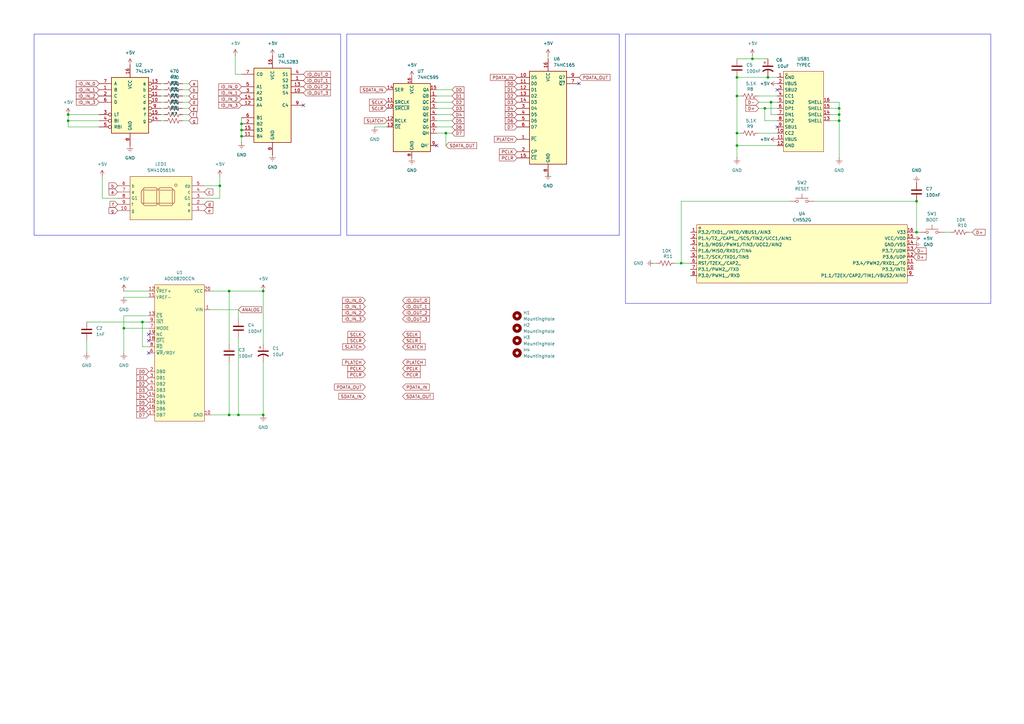
<source format=kicad_sch>
(kicad_sch (version 20231120) (generator "eeschema") (generator_version "8.0")
  (paper "A3")
  (lib_symbols
    (symbol "74xx:74HC165"
      (property "Reference" "U" (at -7.62 19.05 0))
      (property "Value" "74HC165" (at -7.62 -21.59 0))
      (symbol "74HC165_1_0"
        (pin input line (at -12.7 -10.16 0) (length 5.08) (name "~{PL}") (number "1"))
        (pin input line (at -12.7 15.24 0) (length 5.08) (name "DS") (number "10"))
        (pin input line (at -12.7 12.7 0) (length 5.08) (name "D0") (number "11"))
        (pin input line (at -12.7 10.16 0) (length 5.08) (name "D1") (number "12"))
        (pin input line (at -12.7 7.62 0) (length 5.08) (name "D2") (number "13"))
        (pin input line (at -12.7 5.08 0) (length 5.08) (name "D3") (number "14"))
        (pin input line (at -12.7 -17.78 0) (length 5.08) (name "~{CE}") (number "15"))
        (pin power_in line (at 0 22.86 270) (length 5.08) (name "VCC") (number "16"))
        (pin input line (at -12.7 -15.24 0) (length 5.08) (name "CP") (number "2"))
        (pin input line (at -12.7 2.54 0) (length 5.08) (name "D4") (number "3"))
        (pin input line (at -12.7 0 0) (length 5.08) (name "D5") (number "4"))
        (pin input line (at -12.7 -2.54 0) (length 5.08) (name "D6") (number "5"))
        (pin input line (at -12.7 -5.08 0) (length 5.08) (name "D7") (number "6"))
        (pin output line (at 12.7 12.7 180) (length 5.08) (name "~{Q7}") (number "7"))
        (pin power_in line (at 0 -25.4 90) (length 5.08) (name "GND") (number "8"))
        (pin output line (at 12.7 15.24 180) (length 5.08) (name "Q7") (number "9"))
      )
      (symbol "74HC165_1_1"
        (rectangle (start -7.62 17.78) (end 7.62 -20.32) (stroke (width 0.254)) (fill (type background)))
      )
    )
    (symbol "74xx:74HC595"
      (property "Reference" "U" (at -7.62 13.97 0))
      (property "Value" "74HC595" (at -7.62 -16.51 0))
      (symbol "74HC595_1_0"
        (pin tri_state line (at 10.16 7.62 180) (length 2.54) (name "QB") (number "1"))
        (pin input line (at -10.16 2.54 0) (length 2.54) (name "~{SRCLR}") (number "10"))
        (pin input line (at -10.16 5.08 0) (length 2.54) (name "SRCLK") (number "11"))
        (pin input line (at -10.16 -2.54 0) (length 2.54) (name "RCLK") (number "12"))
        (pin input line (at -10.16 -5.08 0) (length 2.54) (name "~{OE}") (number "13"))
        (pin input line (at -10.16 10.16 0) (length 2.54) (name "SER") (number "14"))
        (pin tri_state line (at 10.16 10.16 180) (length 2.54) (name "QA") (number "15"))
        (pin power_in line (at 0 15.24 270) (length 2.54) (name "VCC") (number "16"))
        (pin tri_state line (at 10.16 5.08 180) (length 2.54) (name "QC") (number "2"))
        (pin tri_state line (at 10.16 2.54 180) (length 2.54) (name "QD") (number "3"))
        (pin tri_state line (at 10.16 0 180) (length 2.54) (name "QE") (number "4"))
        (pin tri_state line (at 10.16 -2.54 180) (length 2.54) (name "QF") (number "5"))
        (pin tri_state line (at 10.16 -5.08 180) (length 2.54) (name "QG") (number "6"))
        (pin tri_state line (at 10.16 -7.62 180) (length 2.54) (name "QH") (number "7"))
        (pin power_in line (at 0 -17.78 90) (length 2.54) (name "GND") (number "8"))
        (pin output line (at 10.16 -12.7 180) (length 2.54) (name "QH'") (number "9"))
      )
      (symbol "74HC595_1_1"
        (rectangle (start -7.62 12.7) (end 7.62 -15.24) (stroke (width 0.254)) (fill (type background)))
      )
    )
    (symbol "74xx:74LS283" (pin_names (offset 1.016))
      (property "Reference" "U" (at -7.62 16.51 0))
      (property "Value" "74LS283" (at -7.62 -16.51 0))
      (symbol "74LS283_1_0"
        (pin output line (at 12.7 10.16 180) (length 5.08) (name "S2") (number "1"))
        (pin output line (at 12.7 5.08 180) (length 5.08) (name "S4") (number "10"))
        (pin input line (at -12.7 -12.7 0) (length 5.08) (name "B4") (number "11"))
        (pin input line (at -12.7 0 0) (length 5.08) (name "A4") (number "12"))
        (pin output line (at 12.7 7.62 180) (length 5.08) (name "S3") (number "13"))
        (pin input line (at -12.7 2.54 0) (length 5.08) (name "A3") (number "14"))
        (pin input line (at -12.7 -10.16 0) (length 5.08) (name "B3") (number "15"))
        (pin power_in line (at 0 20.32 270) (length 5.08) (name "VCC") (number "16"))
        (pin input line (at -12.7 -7.62 0) (length 5.08) (name "B2") (number "2"))
        (pin input line (at -12.7 5.08 0) (length 5.08) (name "A2") (number "3"))
        (pin output line (at 12.7 12.7 180) (length 5.08) (name "S1") (number "4"))
        (pin input line (at -12.7 7.62 0) (length 5.08) (name "A1") (number "5"))
        (pin input line (at -12.7 -5.08 0) (length 5.08) (name "B1") (number "6"))
        (pin input line (at -12.7 12.7 0) (length 5.08) (name "C0") (number "7"))
        (pin power_in line (at 0 -20.32 90) (length 5.08) (name "GND") (number "8"))
        (pin output line (at 12.7 0 180) (length 5.08) (name "C4") (number "9"))
      )
      (symbol "74LS283_1_1"
        (rectangle (start -7.62 15.24) (end 7.62 -15.24) (stroke (width 0.254)) (fill (type background)))
      )
    )
    (symbol "74xx:74LS47" (pin_names (offset 1.016))
      (property "Reference" "U" (at -7.62 11.43 0))
      (property "Value" "74LS47" (at -7.62 -13.97 0))
      (symbol "74LS47_1_0"
        (pin input line (at -12.7 5.08 0) (length 5.08) (name "B") (number "1"))
        (pin open_collector inverted (at 12.7 0 180) (length 5.08) (name "d") (number "10"))
        (pin open_collector inverted (at 12.7 2.54 180) (length 5.08) (name "c") (number "11"))
        (pin open_collector inverted (at 12.7 5.08 180) (length 5.08) (name "b") (number "12"))
        (pin open_collector inverted (at 12.7 7.62 180) (length 5.08) (name "a") (number "13"))
        (pin open_collector inverted (at 12.7 -7.62 180) (length 5.08) (name "g") (number "14"))
        (pin open_collector inverted (at 12.7 -5.08 180) (length 5.08) (name "f") (number "15"))
        (pin power_in line (at 0 15.24 270) (length 5.08) (name "VCC") (number "16"))
        (pin input line (at -12.7 2.54 0) (length 5.08) (name "C") (number "2"))
        (pin input inverted (at -12.7 -5.08 0) (length 5.08) (name "LT") (number "3"))
        (pin input inverted (at -12.7 -7.62 0) (length 5.08) (name "BI") (number "4"))
        (pin input inverted (at -12.7 -10.16 0) (length 5.08) (name "RBI") (number "5"))
        (pin input line (at -12.7 0 0) (length 5.08) (name "D") (number "6"))
        (pin input line (at -12.7 7.62 0) (length 5.08) (name "A") (number "7"))
        (pin power_in line (at 0 -17.78 90) (length 5.08) (name "GND") (number "8"))
        (pin open_collector inverted (at 12.7 -2.54 180) (length 5.08) (name "e") (number "9"))
      )
      (symbol "74LS47_1_1"
        (rectangle (start -7.62 10.16) (end 7.62 -12.7) (stroke (width 0.254)) (fill (type background)))
      )
    )
    (symbol "Device:C" (pin_numbers hide) (pin_names (offset 0.254))
      (property "Reference" "C" (at 0.635 2.54 0))
      (property "Value" "C" (at 0.635 -2.54 0))
      (symbol "C_0_1"
        (polyline (pts (xy -2.032 -0.762) (xy 2.032 -0.762)) (stroke (width 0.508)))
        (polyline (pts (xy -2.032 0.762) (xy 2.032 0.762)) (stroke (width 0.508)))
      )
      (symbol "C_1_1"
        (pin passive line (at 0 3.81 270) (length 2.794) (name "~") (number "1"))
        (pin passive line (at 0 -3.81 90) (length 2.794) (name "~") (number "2"))
      )
    )
    (symbol "Device:C_Polarized_US" (pin_numbers hide) (pin_names (offset 0.254) hide)
      (property "Reference" "C" (at 0.635 2.54 0))
      (property "Value" "C_Polarized_US" (at 0.635 -2.54 0))
      (symbol "C_Polarized_US_0_1"
        (polyline (pts (xy -2.032 0.762) (xy 2.032 0.762)) (stroke (width 0.508)))
        (polyline (pts (xy -1.778 2.286) (xy -0.762 2.286)))
        (polyline (pts (xy -1.27 1.778) (xy -1.27 2.794)))
        (arc (start 2.032 -1.27) (mid 0 -0.5572) (end -2.032 -1.27) (stroke (width 0.508)))
      )
      (symbol "C_Polarized_US_1_1"
        (pin passive line (at 0 3.81 270) (length 2.794) (name "~") (number "1"))
        (pin passive line (at 0 -3.81 90) (length 3.302) (name "~") (number "2"))
      )
    )
    (symbol "Device:R_US" (pin_numbers hide) (pin_names (offset 0))
      (property "Reference" "R" (at 2.54 0 90))
      (property "Value" "R_US" (at -2.54 0 90))
      (symbol "R_US_0_1"
        (polyline (pts (xy 0 -2.286) (xy 0 -2.54)))
        (polyline (pts (xy 0 2.286) (xy 0 2.54)))
        (polyline (pts (xy 0 -0.762) (xy 1.016 -1.143) (xy 0 -1.524) (xy -1.016 -1.905) (xy 0 -2.286)))
        (polyline (pts (xy 0 0.762) (xy 1.016 0.381) (xy 0 0) (xy -1.016 -0.381) (xy 0 -0.762)))
        (polyline (pts (xy 0 2.286) (xy 1.016 1.905) (xy 0 1.524) (xy -1.016 1.143) (xy 0 0.762)))
      )
      (symbol "R_US_1_1"
        (pin passive line (at 0 3.81 270) (length 1.27) (name "~") (number "1"))
        (pin passive line (at 0 -3.81 90) (length 1.27) (name "~") (number "2"))
      )
    )
    (symbol "EasyEDA:ADC0820CCN"
      (property "Reference" "U" (at 0 30.48 0))
      (property "Value" "ADC0820CCN" (at 0 -30.48 0))
      (symbol "ADC0820CCN_0_1"
        (rectangle (start -10.16 27.94) (end 10.16 -27.94) (fill (type background)))
        (circle (center -8.89 26.67) (radius 0.38))
        (pin unspecified line (at 12.7 17.78 180) (length 2.54) (name "VIN") (number "1"))
        (pin unspecified line (at 12.7 -25.4 180) (length 2.54) (name "GND") (number "10"))
        (pin unspecified line (at -12.7 22.86 0) (length 2.54) (name "VREF-") (number "11"))
        (pin unspecified line (at -12.7 25.4 0) (length 2.54) (name "VREF+") (number "12"))
        (pin unspecified line (at -12.7 15.24 0) (length 2.54) (name "~{CS}") (number "13"))
        (pin unspecified line (at -12.7 -17.78 0) (length 2.54) (name "DB4") (number "14"))
        (pin unspecified line (at -12.7 -20.32 0) (length 2.54) (name "DB5") (number "15"))
        (pin unspecified line (at -12.7 -22.86 0) (length 2.54) (name "DB6") (number "16"))
        (pin unspecified line (at -12.7 -25.4 0) (length 2.54) (name "DB7") (number "17"))
        (pin unspecified line (at -12.7 5.08 0) (length 2.54) (name "~{OFL}") (number "18"))
        (pin unspecified line (at -12.7 7.62 0) (length 2.54) (name "NC") (number "19"))
        (pin unspecified line (at -12.7 -7.62 0) (length 2.54) (name "DB0") (number "2"))
        (pin unspecified line (at 12.7 25.4 180) (length 2.54) (name "VCC") (number "20"))
        (pin unspecified line (at -12.7 -10.16 0) (length 2.54) (name "DB1") (number "3"))
        (pin unspecified line (at -12.7 -12.7 0) (length 2.54) (name "DB2") (number "4"))
        (pin unspecified line (at -12.7 -15.24 0) (length 2.54) (name "DB3") (number "5"))
        (pin unspecified line (at -12.7 0 0) (length 2.54) (name "~{WR}/RDY") (number "6"))
        (pin unspecified line (at -12.7 10.16 0) (length 2.54) (name "MODE") (number "7"))
        (pin unspecified line (at -12.7 2.54 0) (length 2.54) (name "~{RD}") (number "8"))
        (pin unspecified line (at -12.7 12.7 0) (length 2.54) (name "~{INT}") (number "9"))
      )
    )
    (symbol "EasyEDA:CH552G"
      (property "Reference" "U" (at 0 13.97 0))
      (property "Value" "CH552G" (at 0 -13.97 0))
      (symbol "CH552G_0_1"
        (rectangle (start -43.18 11.94) (end 43.18 -11.94) (fill (type background)))
        (circle (center -41.91 10.67) (radius 0.38))
        (circle (center -41.91 10.67) (radius 0.38))
        (pin unspecified line (at -45.72 8.89 0) (length 2.54) (name "P3.2/TXD1_/INT0/VBUS1/AIN3") (number "1"))
        (pin unspecified line (at 45.72 -6.35 180) (length 2.54) (name "P3.3/INT1") (number "10"))
        (pin unspecified line (at 45.72 -3.81 180) (length 2.54) (name "P3.4/PWM2/RXD1_/T0") (number "11"))
        (pin unspecified line (at 45.72 -1.27 180) (length 2.54) (name "P3.6/UDP") (number "12"))
        (pin unspecified line (at 45.72 1.27 180) (length 2.54) (name "P3.7/UDM") (number "13"))
        (pin unspecified line (at 45.72 3.81 180) (length 2.54) (name "GND/VSS") (number "14"))
        (pin unspecified line (at 45.72 6.35 180) (length 2.54) (name "VCC/VDD") (number "15"))
        (pin unspecified line (at 45.72 8.89 180) (length 2.54) (name "V33") (number "16"))
        (pin unspecified line (at -45.72 6.35 0) (length 2.54) (name "P1.4/T2_/CAP1_/SCS/TIN2/UCC1/AIN1") (number "2"))
        (pin unspecified line (at -45.72 3.81 0) (length 2.54) (name "P1.5/MOSI/PWM1/TIN3/UCC2/AIN2") (number "3"))
        (pin unspecified line (at -45.72 1.27 0) (length 2.54) (name "P1.6/MISO/RXD1/TIN4") (number "4"))
        (pin unspecified line (at -45.72 -1.27 0) (length 2.54) (name "P1.7/SCK/TXD1/TIN5") (number "5"))
        (pin unspecified line (at -45.72 -3.81 0) (length 2.54) (name "RST/T2EX_/CAP2_") (number "6"))
        (pin unspecified line (at -45.72 -6.35 0) (length 2.54) (name "P3.1/PWM2_/TXD") (number "7"))
        (pin unspecified line (at -45.72 -8.89 0) (length 2.54) (name "P3.0/PWM1_/RXD") (number "8"))
        (pin unspecified line (at 45.72 -8.89 180) (length 2.54) (name "P1.1/T2EX/CAP2/TIN1/VBUS2/AIN0") (number "9"))
      )
    )
    (symbol "EasyEDA:SM410561N"
      (property "Reference" "LED" (at 0 22.86 0))
      (property "Value" "SM410561N" (at 0 -22.86 0))
      (symbol "SM410561N_0_1"
        (rectangle (start -8.89 12.7) (end 8.89 -12.7) (fill (type background)))
        (polyline (pts (xy -2.54 -4.83) (xy -3.05 -4.32) (xy -3.05 0.25) (xy -2.54 1.02) (xy -2.03 0.51) (xy -2.03 -4.32) (xy -2.54 -4.83)) (fill (type background)))
        (polyline (pts (xy -2.54 1.52) (xy -3.05 2.03) (xy -3.05 6.6) (xy -2.54 7.37) (xy -2.03 6.86) (xy -2.03 2.03) (xy -2.54 1.52)) (fill (type background)))
        (polyline (pts (xy -2.29 -5.08) (xy -1.78 -4.57) (xy 2.79 -4.57) (xy 3.56 -5.08) (xy 3.05 -5.59) (xy -1.78 -5.59) (xy -2.29 -5.08)) (fill (type background)))
        (polyline (pts (xy -2.29 1.27) (xy -1.78 1.78) (xy 2.79 1.78) (xy 3.56 1.27) (xy 3.05 0.76) (xy -1.78 0.76) (xy -2.29 1.27)) (fill (type background)))
        (polyline (pts (xy -2.29 7.62) (xy -1.78 8.13) (xy 2.79 8.13) (xy 3.56 7.62) (xy 3.05 7.11) (xy -1.78 7.11) (xy -2.29 7.62)) (fill (type background)))
        (polyline (pts (xy 3.81 -4.83) (xy 3.3 -4.32) (xy 3.3 0.25) (xy 3.81 1.02) (xy 4.32 0.51) (xy 4.32 -4.32) (xy 3.81 -4.83)) (fill (type background)))
        (polyline (pts (xy 3.81 1.52) (xy 3.3 2.03) (xy 3.3 6.6) (xy 3.81 7.37) (xy 4.32 6.86) (xy 4.32 2.03) (xy 3.81 1.52)) (fill (type background)))
        (circle (center 5.33 -6.1) (radius 0.51))
        (pin input line (at -5.08 -17.78 90) (length 5.08) (name "e") (number "1"))
        (pin input line (at -5.08 17.78 270) (length 5.08) (name "g") (number "10"))
        (pin input line (at -2.54 -17.78 90) (length 5.08) (name "d") (number "2"))
        (pin input line (at 0 -17.78 90) (length 5.08) (name "G1") (number "3"))
        (pin input line (at 2.54 -17.78 90) (length 5.08) (name "c") (number "4"))
        (pin input line (at 5.08 -17.78 90) (length 5.08) (name "dp") (number "5"))
        (pin input line (at 5.08 17.78 270) (length 5.08) (name "b") (number "6"))
        (pin input line (at 2.54 17.78 270) (length 5.08) (name "a") (number "7"))
        (pin input line (at 0 17.78 270) (length 5.08) (name "G1") (number "8"))
        (pin input line (at -2.54 17.78 270) (length 5.08) (name "f") (number "9"))
      )
    )
    (symbol "EasyEDA:TYPEC-302-BRP16SC16"
      (property "Reference" "USB" (at 0 20.32 0))
      (property "Value" "TYPEC-302-BRP16SC16" (at 0 -17.78 0))
      (symbol "TYPEC-302-BRP16SC16_0_1"
        (rectangle (start -8.89 17.78) (end 7.62 -15.24) (fill (type background)))
        (circle (center -7.62 16.51) (radius 0.38))
        (pin unspecified line (at -11.43 15.24 0) (length 2.54) (name "GND") (number "1"))
        (pin unspecified line (at -11.43 -7.62 0) (length 2.54) (name "CC2") (number "10"))
        (pin unspecified line (at -11.43 -10.16 0) (length 2.54) (name "VBUS") (number "11"))
        (pin unspecified line (at -11.43 -12.7 0) (length 2.54) (name "GND") (number "12"))
        (pin unspecified line (at 10.16 -2.54 180) (length 2.54) (name "SHELL") (number "13"))
        (pin unspecified line (at 10.16 0 180) (length 2.54) (name "SHELL") (number "14"))
        (pin unspecified line (at 10.16 2.54 180) (length 2.54) (name "SHELL") (number "15"))
        (pin unspecified line (at 10.16 5.08 180) (length 2.54) (name "SHELL") (number "16"))
        (pin unspecified line (at -11.43 12.7 0) (length 2.54) (name "VBUS") (number "2"))
        (pin unspecified line (at -11.43 10.16 0) (length 2.54) (name "SBU2") (number "3"))
        (pin unspecified line (at -11.43 7.62 0) (length 2.54) (name "CC1") (number "4"))
        (pin unspecified line (at -11.43 5.08 0) (length 2.54) (name "DN2") (number "5"))
        (pin unspecified line (at -11.43 2.54 0) (length 2.54) (name "DP1") (number "6"))
        (pin unspecified line (at -11.43 0 0) (length 2.54) (name "DN1") (number "7"))
        (pin unspecified line (at -11.43 -2.54 0) (length 2.54) (name "DP2") (number "8"))
        (pin unspecified line (at -11.43 -5.08 0) (length 2.54) (name "SBU1") (number "9"))
      )
    )
    (symbol "Mechanical:MountingHole" (pin_names (offset 1.016)) (exclude_from_sim yes) (in_bom no)
      (property "Reference" "H" (at 0 5.08 0))
      (property "Value" "MountingHole" (at 0 3.175 0))
      (symbol "MountingHole_0_1"
        (circle (center 0 0) (radius 1.27) (stroke (width 1.27)))
      )
    )
    (symbol "Switch:SW_Push" (pin_numbers hide) (pin_names (offset 1.016) hide)
      (property "Reference" "SW" (at 1.27 2.54 0))
      (property "Value" "SW_Push" (at 0 -1.524 0))
      (symbol "SW_Push_0_1"
        (circle (center -2.032 0) (radius 0.508))
        (polyline (pts (xy 0 1.27) (xy 0 3.048)))
        (polyline (pts (xy 2.54 1.27) (xy -2.54 1.27)))
        (circle (center 2.032 0) (radius 0.508))
        (pin passive line (at -5.08 0 0) (length 2.54) (name "1") (number "1"))
        (pin passive line (at 5.08 0 180) (length 2.54) (name "2") (number "2"))
      )
    )
    (symbol "power:+5V" (power) (pin_numbers hide) (pin_names (offset 0) hide)
      (property "Value" "+5V" (at 0 3.556 0))
      (symbol "+5V_0_1"
        (polyline (pts (xy -0.762 1.27) (xy 0 2.54)))
        (polyline (pts (xy 0 0) (xy 0 2.54)))
        (polyline (pts (xy 0 2.54) (xy 0.762 1.27)))
      )
      (symbol "+5V_1_1"
        (pin power_in line (at 0 0 90) (length 0) (name "~") (number "1"))
      )
    )
    (symbol "power:GNDREF" (power) (pin_numbers hide) (pin_names (offset 0) hide)
      (property "Value" "GNDREF" (at 0 -3.81 0))
      (symbol "GNDREF_0_1"
        (polyline (pts (xy -0.635 -1.905) (xy 0.635 -1.905)))
        (polyline (pts (xy -0.127 -2.54) (xy 0.127 -2.54)))
        (polyline (pts (xy 0 -1.27) (xy 0 0)))
        (polyline (pts (xy 1.27 -1.27) (xy -1.27 -1.27)))
      )
      (symbol "GNDREF_1_1"
        (pin power_in line (at 0 0 270) (length 0) (name "~") (number "1"))
      )
    )
  )
  (junction (at 316.23 41.91))
  (junction (at 344.17 46.99))
  (junction (at 313.69 44.45))
  (junction (at 50.8 134.62))
  (junction (at 344.17 49.53))
  (junction (at 97.79 170.18))
  (junction (at 99.06 55.88))
  (junction (at 58.42 132.08))
  (junction (at 279.4 107.95))
  (junction (at 182.88 54.61))
  (junction (at 375.92 95.25))
  (junction (at 302.26 59.69))
  (junction (at 93.98 170.18))
  (junction (at 314.96 31.75))
  (junction (at 27.94 46.99))
  (junction (at 27.94 49.53))
  (junction (at 93.98 119.38))
  (junction (at 308.61 24.13))
  (junction (at 344.17 44.45))
  (junction (at 107.95 170.18))
  (junction (at 302.26 39.37))
  (junction (at 90.17 76.2))
  (junction (at 107.95 119.38))
  (junction (at 375.92 82.55))
  (junction (at 99.06 53.34))
  (junction (at 99.06 50.8))
  (junction (at 302.26 31.75))
  (junction (at 302.26 54.61))
  (no_connect (at 60.96 144.78))
  (no_connect (at 124.46 43.18))
  (no_connect (at 318.77 52.07))
  (no_connect (at 60.96 139.7))
  (no_connect (at 179.07 59.69))
  (no_connect (at 318.77 36.83))
  (no_connect (at 60.96 137.16))
  (no_connect (at 237.49 34.29))
  (wire (pts (xy 83.82 81.28) (xy 90.17 81.28)))
  (wire (pts (xy 344.17 46.99) (xy 340.36 46.99)))
  (wire (pts (xy 302.26 24.13) (xy 308.61 24.13)))
  (wire (pts (xy 179.07 36.83) (xy 185.42 36.83)))
  (wire (pts (xy 99.06 53.34) (xy 99.06 55.88)))
  (wire (pts (xy 302.26 31.75) (xy 314.96 31.75)))
  (wire (pts (xy 40.64 49.53) (xy 27.94 49.53)))
  (wire (pts (xy 97.79 138.43) (xy 97.79 170.18)))
  (wire (pts (xy 58.42 142.24) (xy 58.42 132.08)))
  (wire (pts (xy 344.17 44.45) (xy 344.17 46.99)))
  (wire (pts (xy 302.26 54.61) (xy 303.53 54.61)))
  (wire (pts (xy 179.07 46.99) (xy 185.42 46.99)))
  (wire (pts (xy 90.17 76.2) (xy 90.17 81.28)))
  (wire (pts (xy 179.07 41.91) (xy 185.42 41.91)))
  (wire (pts (xy 60.96 142.24) (xy 58.42 142.24)))
  (wire (pts (xy 316.23 41.91) (xy 316.23 46.99)))
  (wire (pts (xy 90.17 72.39) (xy 90.17 76.2)))
  (wire (pts (xy 107.95 119.38) (xy 93.98 119.38)))
  (wire (pts (xy 77.47 49.53) (xy 74.93 49.53)))
  (wire (pts (xy 311.15 44.45) (xy 313.69 44.45)))
  (wire (pts (xy 50.8 134.62) (xy 60.96 134.62)))
  (wire (pts (xy 323.85 82.55) (xy 279.4 82.55)))
  (wire (pts (xy 107.95 170.18) (xy 97.79 170.18)))
  (wire (pts (xy 97.79 127) (xy 86.36 127)))
  (wire (pts (xy 318.77 49.53) (xy 313.69 49.53)))
  (wire (pts (xy 50.8 119.38) (xy 60.96 119.38)))
  (wire (pts (xy 344.17 49.53) (xy 344.17 64.77)))
  (wire (pts (xy 279.4 82.55) (xy 279.4 107.95)))
  (wire (pts (xy 318.77 31.75) (xy 314.96 31.75)))
  (wire (pts (xy 67.31 39.37) (xy 66.04 39.37)))
  (wire (pts (xy 377.19 95.25) (xy 375.92 95.25)))
  (wire (pts (xy 389.89 95.25) (xy 387.35 95.25)))
  (wire (pts (xy 50.8 129.54) (xy 50.8 134.62)))
  (wire (pts (xy 313.69 44.45) (xy 318.77 44.45)))
  (wire (pts (xy 67.31 41.91) (xy 66.04 41.91)))
  (wire (pts (xy 77.47 44.45) (xy 74.93 44.45)))
  (wire (pts (xy 86.36 119.38) (xy 93.98 119.38)))
  (wire (pts (xy 35.56 132.08) (xy 58.42 132.08)))
  (wire (pts (xy 302.26 54.61) (xy 302.26 59.69)))
  (wire (pts (xy 35.56 144.78) (xy 35.56 139.7)))
  (wire (pts (xy 375.92 82.55) (xy 375.92 95.25)))
  (wire (pts (xy 41.91 81.28) (xy 41.91 72.39)))
  (wire (pts (xy 179.07 54.61) (xy 182.88 54.61)))
  (wire (pts (xy 334.01 82.55) (xy 375.92 82.55)))
  (wire (pts (xy 318.77 41.91) (xy 316.23 41.91)))
  (wire (pts (xy 398.78 95.25) (xy 397.51 95.25)))
  (wire (pts (xy 302.26 39.37) (xy 302.26 54.61)))
  (wire (pts (xy 27.94 52.07) (xy 27.94 49.53)))
  (wire (pts (xy 77.47 34.29) (xy 74.93 34.29)))
  (wire (pts (xy 93.98 170.18) (xy 86.36 170.18)))
  (wire (pts (xy 311.15 54.61) (xy 318.77 54.61)))
  (wire (pts (xy 60.96 129.54) (xy 50.8 129.54)))
  (wire (pts (xy 224.79 72.39) (xy 224.79 71.12)))
  (wire (pts (xy 67.31 44.45) (xy 66.04 44.45)))
  (wire (pts (xy 50.8 121.92) (xy 60.96 121.92)))
  (wire (pts (xy 50.8 134.62) (xy 50.8 144.78)))
  (wire (pts (xy 99.06 48.26) (xy 99.06 50.8)))
  (wire (pts (xy 182.88 54.61) (xy 185.42 54.61)))
  (wire (pts (xy 344.17 41.91) (xy 340.36 41.91)))
  (wire (pts (xy 67.31 49.53) (xy 66.04 49.53)))
  (wire (pts (xy 279.4 107.95) (xy 283.21 107.95)))
  (wire (pts (xy 302.26 39.37) (xy 303.53 39.37)))
  (wire (pts (xy 77.47 46.99) (xy 74.93 46.99)))
  (wire (pts (xy 316.23 46.99) (xy 318.77 46.99)))
  (wire (pts (xy 27.94 49.53) (xy 27.94 46.99)))
  (wire (pts (xy 344.17 41.91) (xy 344.17 44.45)))
  (wire (pts (xy 311.15 41.91) (xy 316.23 41.91)))
  (wire (pts (xy 182.88 59.69) (xy 182.88 54.61)))
  (wire (pts (xy 179.07 49.53) (xy 185.42 49.53)))
  (wire (pts (xy 308.61 22.86) (xy 308.61 24.13)))
  (wire (pts (xy 179.07 44.45) (xy 185.42 44.45)))
  (wire (pts (xy 77.47 41.91) (xy 74.93 41.91)))
  (wire (pts (xy 67.31 36.83) (xy 66.04 36.83)))
  (wire (pts (xy 302.26 31.75) (xy 302.26 39.37)))
  (wire (pts (xy 276.86 107.95) (xy 279.4 107.95)))
  (wire (pts (xy 97.79 130.81) (xy 97.79 127)))
  (wire (pts (xy 179.07 39.37) (xy 185.42 39.37)))
  (wire (pts (xy 224.79 24.13) (xy 224.79 22.86)))
  (wire (pts (xy 83.82 76.2) (xy 90.17 76.2)))
  (wire (pts (xy 314.96 24.13) (xy 308.61 24.13)))
  (wire (pts (xy 97.79 170.18) (xy 93.98 170.18)))
  (wire (pts (xy 302.26 64.77) (xy 302.26 59.69)))
  (wire (pts (xy 302.26 59.69) (xy 318.77 59.69)))
  (wire (pts (xy 58.42 132.08) (xy 60.96 132.08)))
  (wire (pts (xy 77.47 36.83) (xy 74.93 36.83)))
  (wire (pts (xy 344.17 49.53) (xy 340.36 49.53)))
  (wire (pts (xy 313.69 44.45) (xy 313.69 49.53)))
  (wire (pts (xy 48.26 81.28) (xy 41.91 81.28)))
  (wire (pts (xy 153.67 52.07) (xy 158.75 52.07)))
  (wire (pts (xy 179.07 52.07) (xy 185.42 52.07)))
  (wire (pts (xy 99.06 55.88) (xy 99.06 58.42)))
  (wire (pts (xy 67.31 34.29) (xy 66.04 34.29)))
  (wire (pts (xy 99.06 50.8) (xy 99.06 53.34)))
  (wire (pts (xy 344.17 46.99) (xy 344.17 49.53)))
  (wire (pts (xy 93.98 148.59) (xy 93.98 170.18)))
  (wire (pts (xy 96.52 30.48) (xy 99.06 30.48)))
  (wire (pts (xy 311.15 39.37) (xy 318.77 39.37)))
  (wire (pts (xy 67.31 46.99) (xy 66.04 46.99)))
  (wire (pts (xy 107.95 140.97) (xy 107.95 119.38)))
  (wire (pts (xy 267.97 107.95) (xy 269.24 107.95)))
  (wire (pts (xy 107.95 148.59) (xy 107.95 170.18)))
  (wire (pts (xy 93.98 140.97) (xy 93.98 119.38)))
  (wire (pts (xy 77.47 39.37) (xy 74.93 39.37)))
  (wire (pts (xy 27.94 46.99) (xy 40.64 46.99)))
  (wire (pts (xy 344.17 44.45) (xy 340.36 44.45)))
  (wire (pts (xy 40.64 52.07) (xy 27.94 52.07)))
  (wire (pts (xy 375.92 95.25) (xy 374.65 95.25)))
  (wire (pts (xy 96.52 22.86) (xy 96.52 30.48)))
  (rectangle (start 13.97 13.97) (end 139.7 96.52))
  (rectangle (start 256.54 13.97) (end 406.4 124.46))
  (rectangle (start 142.24 13.97) (end 254 96.52))
  (global_label "ID_OUT_0" (shape input) (at 165.1 123.19 0) (property "Intersheetrefs" "${INTERSHEET_REFS}" (effects (hide yes))))
  (global_label "SDATA_IN" (shape input) (at 149.86 162.56 180) (property "Intersheetrefs" "${INTERSHEET_REFS}" (effects (hide yes))))
  (global_label "D6" (shape input) (at 60.96 167.64 180) (property "Intersheetrefs" "${INTERSHEET_REFS}" (effects (hide yes))))
  (global_label "SLATCH" (shape input) (at 149.86 142.24 180) (property "Intersheetrefs" "${INTERSHEET_REFS}" (effects (hide yes))))
  (global_label "g" (shape input) (at 48.26 86.36 180) (property "Intersheetrefs" "${INTERSHEET_REFS}" (effects (hide yes))))
  (global_label "c" (shape input) (at 77.47 39.37 0) (property "Intersheetrefs" "${INTERSHEET_REFS}" (effects (hide yes))))
  (global_label "PCLR" (shape input) (at 212.09 64.77 180) (property "Intersheetrefs" "${INTERSHEET_REFS}" (effects (hide yes))))
  (global_label "PLATCH" (shape input) (at 212.09 57.15 180) (property "Intersheetrefs" "${INTERSHEET_REFS}" (effects (hide yes))))
  (global_label "D7" (shape input) (at 185.42 54.61 0) (property "Intersheetrefs" "${INTERSHEET_REFS}" (effects (hide yes))))
  (global_label "SCLR" (shape input) (at 165.1 139.7 0) (property "Intersheetrefs" "${INTERSHEET_REFS}" (effects (hide yes))))
  (global_label "SDATA_OUT" (shape input) (at 182.88 59.69 0) (property "Intersheetrefs" "${INTERSHEET_REFS}" (effects (hide yes))))
  (global_label "D4" (shape input) (at 185.42 46.99 0) (property "Intersheetrefs" "${INTERSHEET_REFS}" (effects (hide yes))))
  (global_label "ID_IN_2" (shape input) (at 99.06 40.64 180) (property "Intersheetrefs" "${INTERSHEET_REFS}" (effects (hide yes))))
  (global_label "D7" (shape input) (at 60.96 170.18 180) (property "Intersheetrefs" "${INTERSHEET_REFS}" (effects (hide yes))))
  (global_label "D+" (shape input) (at 398.78 95.25 0) (property "Intersheetrefs" "${INTERSHEET_REFS}" (effects (hide yes))))
  (global_label "D3" (shape input) (at 185.42 44.45 0) (property "Intersheetrefs" "${INTERSHEET_REFS}" (effects (hide yes))))
  (global_label "SCLR" (shape input) (at 158.75 44.45 180) (property "Intersheetrefs" "${INTERSHEET_REFS}" (effects (hide yes))))
  (global_label "D+" (shape input) (at 311.15 44.45 180) (property "Intersheetrefs" "${INTERSHEET_REFS}" (effects (hide yes))))
  (global_label "D0" (shape input) (at 60.96 152.4 180) (property "Intersheetrefs" "${INTERSHEET_REFS}" (effects (hide yes))))
  (global_label "ID_OUT_2" (shape input) (at 124.46 35.56 0) (property "Intersheetrefs" "${INTERSHEET_REFS}" (effects (hide yes))))
  (global_label "D2" (shape input) (at 212.09 39.37 180) (property "Intersheetrefs" "${INTERSHEET_REFS}" (effects (hide yes))))
  (global_label "D1" (shape input) (at 60.96 154.94 180) (property "Intersheetrefs" "${INTERSHEET_REFS}" (effects (hide yes))))
  (global_label "f" (shape input) (at 48.26 83.82 180) (property "Intersheetrefs" "${INTERSHEET_REFS}" (effects (hide yes))))
  (global_label "PDATA_IN" (shape input) (at 212.09 31.75 180) (property "Intersheetrefs" "${INTERSHEET_REFS}" (effects (hide yes))))
  (global_label "e" (shape input) (at 83.82 86.36 0) (property "Intersheetrefs" "${INTERSHEET_REFS}" (effects (hide yes))))
  (global_label "PDATA_OUT" (shape input) (at 237.49 31.75 0) (property "Intersheetrefs" "${INTERSHEET_REFS}" (effects (hide yes))))
  (global_label "d" (shape input) (at 83.82 83.82 0) (property "Intersheetrefs" "${INTERSHEET_REFS}" (effects (hide yes))))
  (global_label "D-" (shape input) (at 311.15 41.91 180) (property "Intersheetrefs" "${INTERSHEET_REFS}" (effects (hide yes))))
  (global_label "ID_IN_2" (shape input) (at 40.64 39.37 180) (property "Intersheetrefs" "${INTERSHEET_REFS}" (effects (hide yes))))
  (global_label "SCLK" (shape input) (at 158.75 41.91 180) (property "Intersheetrefs" "${INTERSHEET_REFS}" (effects (hide yes))))
  (global_label "D+" (shape input) (at 374.65 105.41 0) (property "Intersheetrefs" "${INTERSHEET_REFS}" (effects (hide yes))))
  (global_label "D5" (shape input) (at 212.09 46.99 180) (property "Intersheetrefs" "${INTERSHEET_REFS}" (effects (hide yes))))
  (global_label "ID_IN_0" (shape input) (at 99.06 35.56 180) (property "Intersheetrefs" "${INTERSHEET_REFS}" (effects (hide yes))))
  (global_label "SLATCH" (shape input) (at 165.1 142.24 0) (property "Intersheetrefs" "${INTERSHEET_REFS}" (effects (hide yes))))
  (global_label "PLATCH" (shape input) (at 165.1 148.59 0) (property "Intersheetrefs" "${INTERSHEET_REFS}" (effects (hide yes))))
  (global_label "ID_OUT_1" (shape input) (at 124.46 33.02 0) (property "Intersheetrefs" "${INTERSHEET_REFS}" (effects (hide yes))))
  (global_label "c" (shape input) (at 83.82 78.74 0) (property "Intersheetrefs" "${INTERSHEET_REFS}" (effects (hide yes))))
  (global_label "PCLK" (shape input) (at 149.86 151.13 180) (property "Intersheetrefs" "${INTERSHEET_REFS}" (effects (hide yes))))
  (global_label "PCLR" (shape input) (at 165.1 153.67 0) (property "Intersheetrefs" "${INTERSHEET_REFS}" (effects (hide yes))))
  (global_label "b" (shape input) (at 77.47 36.83 0) (property "Intersheetrefs" "${INTERSHEET_REFS}" (effects (hide yes))))
  (global_label "SDATA_OUT" (shape input) (at 165.1 162.56 0) (property "Intersheetrefs" "${INTERSHEET_REFS}" (effects (hide yes))))
  (global_label "SCLR" (shape input) (at 149.86 139.7 180) (property "Intersheetrefs" "${INTERSHEET_REFS}" (effects (hide yes))))
  (global_label "D7" (shape input) (at 212.09 52.07 180) (property "Intersheetrefs" "${INTERSHEET_REFS}" (effects (hide yes))))
  (global_label "D6" (shape input) (at 185.42 52.07 0) (property "Intersheetrefs" "${INTERSHEET_REFS}" (effects (hide yes))))
  (global_label "ID_IN_1" (shape input) (at 149.86 125.73 180) (property "Intersheetrefs" "${INTERSHEET_REFS}" (effects (hide yes))))
  (global_label "ID_IN_0" (shape input) (at 40.64 34.29 180) (property "Intersheetrefs" "${INTERSHEET_REFS}" (effects (hide yes))))
  (global_label "ID_IN_2" (shape input) (at 149.86 128.27 180) (property "Intersheetrefs" "${INTERSHEET_REFS}" (effects (hide yes))))
  (global_label "D1" (shape input) (at 212.09 36.83 180) (property "Intersheetrefs" "${INTERSHEET_REFS}" (effects (hide yes))))
  (global_label "a" (shape input) (at 77.47 34.29 0) (property "Intersheetrefs" "${INTERSHEET_REFS}" (effects (hide yes))))
  (global_label "D1" (shape input) (at 185.42 39.37 0) (property "Intersheetrefs" "${INTERSHEET_REFS}" (effects (hide yes))))
  (global_label "D3" (shape input) (at 60.96 160.02 180) (property "Intersheetrefs" "${INTERSHEET_REFS}" (effects (hide yes))))
  (global_label "ID_IN_3" (shape input) (at 40.64 41.91 180) (property "Intersheetrefs" "${INTERSHEET_REFS}" (effects (hide yes))))
  (global_label "ID_OUT_3" (shape input) (at 124.46 38.1 0) (property "Intersheetrefs" "${INTERSHEET_REFS}" (effects (hide yes))))
  (global_label "e" (shape input) (at 77.47 44.45 0) (property "Intersheetrefs" "${INTERSHEET_REFS}" (effects (hide yes))))
  (global_label "ID_OUT_3" (shape input) (at 165.1 130.81 0) (property "Intersheetrefs" "${INTERSHEET_REFS}" (effects (hide yes))))
  (global_label "d" (shape input) (at 77.47 41.91 0) (property "Intersheetrefs" "${INTERSHEET_REFS}" (effects (hide yes))))
  (global_label "a" (shape input) (at 48.26 78.74 180) (property "Intersheetrefs" "${INTERSHEET_REFS}" (effects (hide yes))))
  (global_label "D3" (shape input) (at 212.09 41.91 180) (property "Intersheetrefs" "${INTERSHEET_REFS}" (effects (hide yes))))
  (global_label "D2" (shape input) (at 185.42 41.91 0) (property "Intersheetrefs" "${INTERSHEET_REFS}" (effects (hide yes))))
  (global_label "D5" (shape input) (at 60.96 165.1 180) (property "Intersheetrefs" "${INTERSHEET_REFS}" (effects (hide yes))))
  (global_label "ID_IN_3" (shape input) (at 149.86 130.81 180) (property "Intersheetrefs" "${INTERSHEET_REFS}" (effects (hide yes))))
  (global_label "PDATA_OUT" (shape input) (at 149.86 158.75 180) (property "Intersheetrefs" "${INTERSHEET_REFS}" (effects (hide yes))))
  (global_label "b" (shape input) (at 48.26 76.2 180) (property "Intersheetrefs" "${INTERSHEET_REFS}" (effects (hide yes))))
  (global_label "f" (shape input) (at 77.47 46.99 0) (property "Intersheetrefs" "${INTERSHEET_REFS}" (effects (hide yes))))
  (global_label "ID_OUT_1" (shape input) (at 165.1 125.73 0) (property "Intersheetrefs" "${INTERSHEET_REFS}" (effects (hide yes))))
  (global_label "D6" (shape input) (at 212.09 49.53 180) (property "Intersheetrefs" "${INTERSHEET_REFS}" (effects (hide yes))))
  (global_label "ID_IN_1" (shape input) (at 40.64 36.83 180) (property "Intersheetrefs" "${INTERSHEET_REFS}" (effects (hide yes))))
  (global_label "ID_OUT_0" (shape input) (at 124.46 30.48 0) (property "Intersheetrefs" "${INTERSHEET_REFS}" (effects (hide yes))))
  (global_label "ID_IN_0" (shape input) (at 149.86 123.19 180) (property "Intersheetrefs" "${INTERSHEET_REFS}" (effects (hide yes))))
  (global_label "g" (shape input) (at 77.47 49.53 0) (property "Intersheetrefs" "${INTERSHEET_REFS}" (effects (hide yes))))
  (global_label "ID_IN_1" (shape input) (at 99.06 38.1 180) (property "Intersheetrefs" "${INTERSHEET_REFS}" (effects (hide yes))))
  (global_label "SCLK" (shape input) (at 149.86 137.16 180) (property "Intersheetrefs" "${INTERSHEET_REFS}" (effects (hide yes))))
  (global_label "SLATCH" (shape input) (at 158.75 49.53 180) (property "Intersheetrefs" "${INTERSHEET_REFS}" (effects (hide yes))))
  (global_label "PCLR" (shape input) (at 149.86 153.67 180) (property "Intersheetrefs" "${INTERSHEET_REFS}" (effects (hide yes))))
  (global_label "D0" (shape input) (at 185.42 36.83 0) (property "Intersheetrefs" "${INTERSHEET_REFS}" (effects (hide yes))))
  (global_label "D2" (shape input) (at 60.96 157.48 180) (property "Intersheetrefs" "${INTERSHEET_REFS}" (effects (hide yes))))
  (global_label "PCLK" (shape input) (at 212.09 62.23 180) (property "Intersheetrefs" "${INTERSHEET_REFS}" (effects (hide yes))))
  (global_label "D4" (shape input) (at 60.96 162.56 180) (property "Intersheetrefs" "${INTERSHEET_REFS}" (effects (hide yes))))
  (global_label "D5" (shape input) (at 185.42 49.53 0) (property "Intersheetrefs" "${INTERSHEET_REFS}" (effects (hide yes))))
  (global_label "SDATA_IN" (shape input) (at 158.75 36.83 180) (property "Intersheetrefs" "${INTERSHEET_REFS}" (effects (hide yes))))
  (global_label "D-" (shape input) (at 374.65 102.87 0) (property "Intersheetrefs" "${INTERSHEET_REFS}" (effects (hide yes))))
  (global_label "PDATA_IN" (shape input) (at 165.1 158.75 0) (property "Intersheetrefs" "${INTERSHEET_REFS}" (effects (hide yes))))
  (global_label "PCLK" (shape input) (at 165.1 151.13 0) (property "Intersheetrefs" "${INTERSHEET_REFS}" (effects (hide yes))))
  (global_label "ID_OUT_2" (shape input) (at 165.1 128.27 0) (property "Intersheetrefs" "${INTERSHEET_REFS}" (effects (hide yes))))
  (global_label "SCLK" (shape input) (at 165.1 137.16 0) (property "Intersheetrefs" "${INTERSHEET_REFS}" (effects (hide yes))))
  (global_label "D0" (shape input) (at 212.09 34.29 180) (property "Intersheetrefs" "${INTERSHEET_REFS}" (effects (hide yes))))
  (global_label "PLATCH" (shape input) (at 149.86 148.59 180) (property "Intersheetrefs" "${INTERSHEET_REFS}" (effects (hide yes))))
  (global_label "ID_IN_3" (shape input) (at 99.06 43.18 180) (property "Intersheetrefs" "${INTERSHEET_REFS}" (effects (hide yes))))
  (global_label "D4" (shape input) (at 212.09 44.45 180) (property "Intersheetrefs" "${INTERSHEET_REFS}" (effects (hide yes))))
  (global_label "ANALOG" (shape input) (at 97.79 127 0) (property "Intersheetrefs" "${INTERSHEET_REFS}" (effects (hide yes))))
  (symbol (lib_id "power:+5V") (at 224.79 22.86 0) (unit 1)
    (property "Reference" "#PWR015" (effects (hide yes)))
    (property "Value" "+5V" (at 224.79 17.78 0))
    (property "Description" "Power symbol creates a global label with name \"+5V\"" (effects (hide yes)))
  )
  (symbol (lib_id "74xx:74HC595") (at 168.91 46.99 0) (unit 1)
    (property "Reference" "U7" (at 171.1041 29.21 0) (effects (justify left)))
    (property "Value" "74HC595" (at 171.1041 31.75 0) (effects (justify left)))
    (property "Footprint" "Package_SO:SOP-16_3.9x9.9mm_P1.27mm" (effects (hide yes)))
    (property "Datasheet" "http://www.ti.com/lit/ds/symlink/sn74hc595.pdf" (effects (hide yes)))
    (property "Description" "8-bit serial in/out Shift Register 3-State Outputs" (effects (hide yes)))
  )
  (symbol (lib_id "Device:R_US") (at 71.12 44.45 270) (unit 1)
    (property "Reference" "R5" (at 70.104 41.656 90) (effects (justify left)))
    (property "Value" "470" (at 69.596 39.37 90) (effects (justify left)))
    (property "Footprint" "Resistor_THT:R_Axial_DIN0207_L6.3mm_D2.5mm_P10.16mm_Horizontal" (effects (hide yes)))
    (property "Description" "Resistor, US symbol" (effects (hide yes)))
  )
  (symbol (lib_id "power:+5V") (at 50.8 119.38 0) (unit 1)
    (property "Reference" "#PWR012" (effects (hide yes)))
    (property "Value" "+5V" (at 50.8 114.3 0))
    (property "Description" "Power symbol creates a global label with name \"+5V\"" (effects (hide yes)))
  )
  (symbol (lib_id "power:GNDREF") (at 374.65 100.33 90) (unit 1)
    (property "Reference" "#PWR025" (effects (hide yes)))
    (property "Value" "GND" (at 380.746 100.33 90))
    (property "Description" "Power symbol creates a global label with name \"GNDREF\" , reference supply ground" (effects (hide yes)))
  )
  (symbol (lib_id "power:+5V") (at 374.65 97.79 270) (unit 1)
    (property "Reference" "#PWR024" (effects (hide yes)))
    (property "Value" "+5V" (at 378.46 97.7899 90) (effects (justify left)))
    (property "Description" "Power symbol creates a global label with name \"+5V\"" (effects (hide yes)))
  )
  (symbol (lib_id "power:GNDREF") (at 224.79 71.12 0) (unit 1)
    (property "Reference" "#PWR016" (effects (hide yes)))
    (property "Value" "GND" (at 224.79 76.2 0))
    (property "Description" "Power symbol creates a global label with name \"GNDREF\" , reference supply ground" (effects (hide yes)))
  )
  (symbol (lib_id "74xx:74HC165") (at 224.79 46.99 0) (unit 1)
    (property "Reference" "U6" (at 226.9841 24.13 0) (effects (justify left)))
    (property "Value" "74HC165" (at 226.9841 26.67 0) (effects (justify left)))
    (property "Footprint" "Package_SO:SOP-16_3.9x9.9mm_P1.27mm" (effects (hide yes)))
    (property "Datasheet" "https://assets.nexperia.com/documents/data-sheet/74HC_HCT165.pdf" (effects (hide yes)))
    (property "Description" "Shift Register, 8-bit, Parallel Load" (effects (hide yes)))
  )
  (symbol (lib_id "power:GNDREF") (at 107.95 170.18 0) (unit 1)
    (property "Reference" "#PWR010" (effects (hide yes)))
    (property "Value" "GND" (at 107.95 175.26 0))
    (property "Description" "Power symbol creates a global label with name \"GNDREF\" , reference supply ground" (effects (hide yes)))
  )
  (symbol (lib_id "power:GNDREF") (at 99.06 58.42 0) (unit 1)
    (property "Reference" "#PWR09" (effects (hide yes)))
    (property "Value" "GND" (at 99.06 63.5 0))
    (property "Description" "Power symbol creates a global label with name \"GNDREF\" , reference supply ground" (effects (hide yes)))
  )
  (symbol (lib_id "74xx:74LS47") (at 53.34 41.91 0) (unit 1)
    (property "Reference" "U2" (at 55.5341 26.67 0) (effects (justify left)))
    (property "Value" "74LS47" (at 55.5341 29.21 0) (effects (justify left)))
    (property "Footprint" "Package_SO:SOP-16_3.9x9.9mm_P1.27mm" (effects (hide yes)))
    (property "Datasheet" "http://www.ti.com/lit/gpn/sn74LS47" (effects (hide yes)))
    (property "Description" "BCD to 7-segment Driver, Open Collector, 30V outputs" (effects (hide yes)))
  )
  (symbol (lib_id "power:GNDREF") (at 50.8 121.92 0) (unit 1)
    (property "Reference" "#PWR013" (effects (hide yes)))
    (property "Value" "GND" (at 50.8 127 0))
    (property "Description" "Power symbol creates a global label with name \"GNDREF\" , reference supply ground" (effects (hide yes)))
  )
  (symbol (lib_id "Device:C_Polarized_US") (at 107.95 144.78 0) (unit 1)
    (property "Reference" "C1" (at 111.76 142.8749 0) (effects (justify left)))
    (property "Value" "10uF" (at 111.76 145.4149 0) (effects (justify left)))
    (property "Footprint" "Capacitor_THT:CP_Radial_D5.0mm_P2.00mm" (effects (hide yes)))
    (property "Description" "Polarized capacitor, US symbol" (effects (hide yes)))
    (property "LCSC ID" "C503219 " (effects (hide yes)))
  )
  (symbol (lib_id "Device:C_Polarized_US") (at 314.96 27.94 0) (unit 1)
    (property "Reference" "C6" (at 318.262 24.638 0) (effects (justify left)))
    (property "Value" "10uF" (at 318.77 27.178 0) (effects (justify left)))
    (property "Footprint" "Capacitor_THT:CP_Radial_D5.0mm_P2.00mm" (effects (hide yes)))
    (property "Description" "Polarized capacitor, US symbol" (effects (hide yes)))
    (property "LCSC ID" "C503219 " (effects (hide yes)))
  )
  (symbol (lib_id "Device:R_US") (at 71.12 49.53 270) (unit 1)
    (property "Reference" "R7" (at 70.104 46.736 90) (effects (justify left)))
    (property "Value" "470" (at 69.596 44.45 90) (effects (justify left)))
    (property "Footprint" "Resistor_THT:R_Axial_DIN0207_L6.3mm_D2.5mm_P10.16mm_Horizontal" (effects (hide yes)))
    (property "Description" "Resistor, US symbol" (effects (hide yes)))
  )
  (symbol (lib_id "Switch:SW_Push") (at 328.93 82.55 0) (unit 1)
    (property "Reference" "SW2" (at 328.93 74.93 0))
    (property "Value" "RESET" (at 328.93 77.47 0))
    (property "Footprint" "Button_Switch_THT:SW_PUSH_6mm" (effects (hide yes)))
    (property "Description" "Push button switch, generic, two pins" (effects (hide yes)))
  )
  (symbol (lib_id "power:+5V") (at 168.91 31.75 0) (unit 1)
    (property "Reference" "#PWR019" (effects (hide yes)))
    (property "Value" "+5V" (at 168.91 26.67 0))
    (property "Description" "Power symbol creates a global label with name \"+5V\"" (effects (hide yes)))
  )
  (symbol (lib_id "power:GNDREF") (at 344.17 64.77 0) (unit 1)
    (property "Reference" "#PWR021" (effects (hide yes)))
    (property "Value" "GND" (at 344.17 69.85 0))
    (property "Description" "Power symbol creates a global label with name \"GNDREF\" , reference supply ground" (effects (hide yes)))
  )
  (symbol (lib_id "power:+5V") (at 90.17 72.39 0) (unit 1)
    (property "Reference" "#PWR06" (effects (hide yes)))
    (property "Value" "+5V" (at 90.17 67.31 0))
    (property "Description" "Power symbol creates a global label with name \"+5V\"" (effects (hide yes)))
  )
  (symbol (lib_id "Device:R_US") (at 393.7 95.25 270) (unit 1)
    (property "Reference" "R10" (at 392.684 92.456 90) (effects (justify left)))
    (property "Value" "10K" (at 392.176 90.17 90) (effects (justify left)))
    (property "Footprint" "Resistor_THT:R_Axial_DIN0207_L6.3mm_D2.5mm_P10.16mm_Horizontal" (effects (hide yes)))
    (property "Description" "Resistor, US symbol" (effects (hide yes)))
  )
  (symbol (lib_id "Device:C") (at 35.56 135.89 0) (unit 1)
    (property "Reference" "C2" (at 39.37 134.6199 0) (effects (justify left)))
    (property "Value" "1nF" (at 39.37 137.1599 0) (effects (justify left)))
    (property "Footprint" "Capacitor_THT:C_Disc_D5.0mm_W2.5mm_P2.50mm" (effects (hide yes)))
    (property "Description" "Unpolarized capacitor" (effects (hide yes)))
    (property "LCSC ID" "C5632430" (effects (hide yes)))
  )
  (symbol (lib_id "EasyEDA:SM410561N") (at 66.04 81.28 90) (unit 1)
    (property "Reference" "LED1" (at 66.04 67.31 90))
    (property "Value" "SM410561N" (at 66.04 69.85 90))
    (property "Footprint" "EasyEDA:LED-SEG-TH_10P-L12.7-W19.0-P2.54-S15.24-BL" (effects (hide yes)))
    (property "Datasheet" "https://lcsc.com/product-detail/Led-Segment-Display_SM410561N_C141368.html" (effects (hide yes)))
    (property "LCSC Part" "C141368" (effects (hide yes)))
  )
  (symbol (lib_id "Device:R_US") (at 273.05 107.95 270) (unit 1)
    (property "Reference" "R11" (at 272.034 105.156 90) (effects (justify left)))
    (property "Value" "10K" (at 271.526 102.87 90) (effects (justify left)))
    (property "Footprint" "Resistor_THT:R_Axial_DIN0207_L6.3mm_D2.5mm_P10.16mm_Horizontal" (effects (hide yes)))
    (property "Description" "Resistor, US symbol" (effects (hide yes)))
  )
  (symbol (lib_id "EasyEDA:CH552G") (at 328.93 104.14 0) (unit 1)
    (property "Reference" "U4" (at 328.93 87.63 0))
    (property "Value" "CH552G" (at 328.93 90.17 0))
    (property "Footprint" "Package_SO:SOP-16_3.9x9.9mm_P1.27mm" (effects (hide yes)))
    (property "Datasheet" "https://lcsc.com/product-detail/USB_CH552G_C111292.html" (effects (hide yes)))
    (property "LCSC Part" "C111292" (effects (hide yes)))
  )
  (symbol (lib_id "power:+5V") (at 318.77 34.29 90) (mirror x) (unit 1)
    (property "Reference" "#PWR023" (effects (hide yes)))
    (property "Value" "+5V" (at 313.69 34.29 90))
    (property "Description" "Power symbol creates a global label with name \"+5V\"" (effects (hide yes)))
  )
  (symbol (lib_id "Device:R_US") (at 307.34 54.61 270) (unit 1)
    (property "Reference" "R9" (at 306.324 51.816 90) (effects (justify left)))
    (property "Value" "5.1K" (at 305.816 49.53 90) (effects (justify left)))
    (property "Footprint" "Resistor_THT:R_Axial_DIN0207_L6.3mm_D2.5mm_P10.16mm_Horizontal" (effects (hide yes)))
    (property "Description" "Resistor, US symbol" (effects (hide yes)))
  )
  (symbol (lib_id "Device:R_US") (at 71.12 46.99 270) (unit 1)
    (property "Reference" "R6" (at 70.104 44.196 90) (effects (justify left)))
    (property "Value" "470" (at 69.596 41.91 90) (effects (justify left)))
    (property "Footprint" "Resistor_THT:R_Axial_DIN0207_L6.3mm_D2.5mm_P10.16mm_Horizontal" (effects (hide yes)))
    (property "Description" "Resistor, US symbol" (effects (hide yes)))
  )
  (symbol (lib_id "Device:R_US") (at 71.12 41.91 270) (unit 1)
    (property "Reference" "R4" (at 70.104 39.116 90) (effects (justify left)))
    (property "Value" "470" (at 69.596 36.83 90) (effects (justify left)))
    (property "Footprint" "Resistor_THT:R_Axial_DIN0207_L6.3mm_D2.5mm_P10.16mm_Horizontal" (effects (hide yes)))
    (property "Description" "Resistor, US symbol" (effects (hide yes)))
  )
  (symbol (lib_id "power:+5V") (at 53.34 26.67 0) (unit 1)
    (property "Reference" "#PWR04" (effects (hide yes)))
    (property "Value" "+5V" (at 53.34 21.59 0))
    (property "Description" "Power symbol creates a global label with name \"+5V\"" (effects (hide yes)))
  )
  (symbol (lib_id "power:GNDREF") (at 35.56 144.78 0) (unit 1)
    (property "Reference" "#PWR020" (effects (hide yes)))
    (property "Value" "GND" (at 35.56 149.86 0))
    (property "Description" "Power symbol creates a global label with name \"GNDREF\" , reference supply ground" (effects (hide yes)))
  )
  (symbol (lib_id "power:GNDREF") (at 111.76 63.5 0) (unit 1)
    (property "Reference" "#PWR02" (effects (hide yes)))
    (property "Value" "GND" (at 111.76 68.58 0))
    (property "Description" "Power symbol creates a global label with name \"GNDREF\" , reference supply ground" (effects (hide yes)))
  )
  (symbol (lib_id "Device:R_US") (at 307.34 39.37 270) (unit 1)
    (property "Reference" "R8" (at 306.324 36.576 90) (effects (justify left)))
    (property "Value" "5.1K" (at 305.816 34.29 90) (effects (justify left)))
    (property "Footprint" "Resistor_THT:R_Axial_DIN0207_L6.3mm_D2.5mm_P10.16mm_Horizontal" (effects (hide yes)))
    (property "Description" "Resistor, US symbol" (effects (hide yes)))
  )
  (symbol (lib_id "power:GNDREF") (at 50.8 144.78 0) (unit 1)
    (property "Reference" "#PWR014" (effects (hide yes)))
    (property "Value" "GND" (at 50.8 149.86 0))
    (property "Description" "Power symbol creates a global label with name \"GNDREF\" , reference supply ground" (effects (hide yes)))
  )
  (symbol (lib_id "Mechanical:MountingHole") (at 212.09 134.62 0) (unit 1) (exclude_from_sim yes) (in_bom no)
    (property "Reference" "H2" (at 214.63 133.3499 0) (effects (justify left)))
    (property "Value" "MountingHole" (at 214.63 135.8899 0) (effects (justify left)))
    (property "Footprint" "MountingHole:MountingHole_3.2mm_M3_Pad_Via" (effects (hide yes)))
    (property "Description" "Mounting Hole without connection" (effects (hide yes)))
  )
  (symbol (lib_id "power:GNDREF") (at 267.97 107.95 270) (unit 1)
    (property "Reference" "#PWR028" (effects (hide yes)))
    (property "Value" "GND" (at 261.874 107.95 90))
    (property "Description" "Power symbol creates a global label with name \"GNDREF\" , reference supply ground" (effects (hide yes)))
  )
  (symbol (lib_id "Device:C") (at 97.79 134.62 0) (unit 1)
    (property "Reference" "C4" (at 101.6 133.3499 0) (effects (justify left)))
    (property "Value" "100nF" (at 101.6 135.8899 0) (effects (justify left)))
    (property "Footprint" "Capacitor_THT:C_Disc_D5.0mm_W2.5mm_P2.50mm" (effects (hide yes)))
    (property "Description" "Unpolarized capacitor" (effects (hide yes)))
    (property "LCSC ID" "C5632430" (effects (hide yes)))
  )
  (symbol (lib_id "EasyEDA:ADC0820CCN") (at 73.66 144.78 0) (unit 1)
    (property "Reference" "U1" (at 73.66 111.76 0))
    (property "Value" "ADC0820CCN" (at 73.66 114.3 0))
    (property "Footprint" "Package_DIP:DIP-20_W7.62mm_Socket_LongPads" (effects (hide yes)))
    (property "LCSC Part" "C7457580" (effects (hide yes)))
  )
  (symbol (lib_id "power:GNDREF") (at 375.92 74.93 180) (unit 1)
    (property "Reference" "#PWR030" (effects (hide yes)))
    (property "Value" "GND" (at 375.92 69.85 0))
    (property "Description" "Power symbol creates a global label with name \"GNDREF\" , reference supply ground" (effects (hide yes)))
  )
  (symbol (lib_id "Device:R_US") (at 71.12 34.29 270) (unit 1)
    (property "Reference" "R1" (at 70.104 31.496 90) (effects (justify left)))
    (property "Value" "470" (at 69.596 29.21 90) (effects (justify left)))
    (property "Footprint" "Resistor_THT:R_Axial_DIN0207_L6.3mm_D2.5mm_P10.16mm_Horizontal" (effects (hide yes)))
    (property "Description" "Resistor, US symbol" (effects (hide yes)))
  )
  (symbol (lib_id "Mechanical:MountingHole") (at 212.09 129.54 0) (unit 1) (exclude_from_sim yes) (in_bom no)
    (property "Reference" "H1" (at 214.63 128.2699 0) (effects (justify left)))
    (property "Value" "MountingHole" (at 214.63 130.8099 0) (effects (justify left)))
    (property "Footprint" "MountingHole:MountingHole_3.2mm_M3_Pad_Via" (effects (hide yes)))
    (property "Description" "Mounting Hole without connection" (effects (hide yes)))
  )
  (symbol (lib_id "EasyEDA:TYPEC-302-BRP16SC16") (at 330.2 46.99 0) (unit 1)
    (property "Reference" "USB1" (at 329.565 24.13 0))
    (property "Value" "TYPEC" (at 329.565 26.67 0))
    (property "Footprint" "EasyEDA:USB-C-SMD_TYPEC-302-BRP16SC16" (effects (hide yes)))
    (property "LCSC Part" "C2835313" (effects (hide yes)))
  )
  (symbol (lib_id "power:+5V") (at 27.94 46.99 0) (unit 1)
    (property "Reference" "#PWR03" (effects (hide yes)))
    (property "Value" "+5V" (at 27.94 41.91 0))
    (property "Description" "Power symbol creates a global label with name \"+5V\"" (effects (hide yes)))
  )
  (symbol (lib_id "Device:C") (at 93.98 144.78 0) (unit 1)
    (property "Reference" "C3" (at 97.79 143.5099 0) (effects (justify left)))
    (property "Value" "100nF" (at 97.79 146.0499 0) (effects (justify left)))
    (property "Footprint" "Capacitor_THT:C_Disc_D5.0mm_W2.5mm_P2.50mm" (effects (hide yes)))
    (property "Description" "Unpolarized capacitor" (effects (hide yes)))
    (property "LCSC ID" "C5632430" (effects (hide yes)))
  )
  (symbol (lib_id "power:GNDREF") (at 53.34 59.69 0) (unit 1)
    (property "Reference" "#PWR01" (effects (hide yes)))
    (property "Value" "GND" (at 53.34 64.77 0))
    (property "Description" "Power symbol creates a global label with name \"GNDREF\" , reference supply ground" (effects (hide yes)))
  )
  (symbol (lib_id "power:GNDREF") (at 302.26 64.77 0) (unit 1)
    (property "Reference" "#PWR022" (effects (hide yes)))
    (property "Value" "GND" (at 302.26 69.85 0))
    (property "Description" "Power symbol creates a global label with name \"GNDREF\" , reference supply ground" (effects (hide yes)))
  )
  (symbol (lib_id "74xx:74LS283") (at 111.76 43.18 0) (unit 1)
    (property "Reference" "U3" (at 113.9541 22.86 0) (effects (justify left)))
    (property "Value" "74LS283" (at 113.9541 25.4 0) (effects (justify left)))
    (property "Footprint" "Package_SO:SOP-16_3.9x9.9mm_P1.27mm" (effects (hide yes)))
    (property "Datasheet" "http://www.ti.com/lit/gpn/sn74LS283" (effects (hide yes)))
    (property "Description" "4-bit full Adder" (effects (hide yes)))
  )
  (symbol (lib_id "power:GNDREF") (at 168.91 64.77 0) (unit 1)
    (property "Reference" "#PWR018" (effects (hide yes)))
    (property "Value" "GND" (at 168.91 69.85 0))
    (property "Description" "Power symbol creates a global label with name \"GNDREF\" , reference supply ground" (effects (hide yes)))
  )
  (symbol (lib_id "Device:C") (at 375.92 78.74 0) (unit 1)
    (property "Reference" "C7" (at 379.73 77.4699 0) (effects (justify left)))
    (property "Value" "100nF" (at 379.73 80.0099 0) (effects (justify left)))
    (property "Footprint" "Capacitor_THT:C_Disc_D5.0mm_W2.5mm_P2.50mm" (effects (hide yes)))
    (property "Description" "Unpolarized capacitor" (effects (hide yes)))
    (property "LCSC ID" "C5632430" (effects (hide yes)))
  )
  (symbol (lib_id "power:+5V") (at 41.91 72.39 0) (unit 1)
    (property "Reference" "#PWR07" (effects (hide yes)))
    (property "Value" "+5V" (at 41.91 67.31 0))
    (property "Description" "Power symbol creates a global label with name \"+5V\"" (effects (hide yes)))
  )
  (symbol (lib_id "Device:R_US") (at 71.12 36.83 270) (unit 1)
    (property "Reference" "R2" (at 70.104 34.036 90) (effects (justify left)))
    (property "Value" "470" (at 69.596 31.75 90) (effects (justify left)))
    (property "Footprint" "Resistor_THT:R_Axial_DIN0207_L6.3mm_D2.5mm_P10.16mm_Horizontal" (effects (hide yes)))
    (property "Description" "Resistor, US symbol" (effects (hide yes)))
  )
  (symbol (lib_id "power:+5V") (at 96.52 22.86 0) (unit 1)
    (property "Reference" "#PWR08" (effects (hide yes)))
    (property "Value" "+5V" (at 96.52 17.78 0))
    (property "Description" "Power symbol creates a global label with name \"+5V\"" (effects (hide yes)))
  )
  (symbol (lib_id "power:+5V") (at 318.77 57.15 90) (mirror x) (unit 1)
    (property "Reference" "#PWR026" (effects (hide yes)))
    (property "Value" "+5V" (at 313.69 57.15 90))
    (property "Description" "Power symbol creates a global label with name \"+5V\"" (effects (hide yes)))
  )
  (symbol (lib_id "Mechanical:MountingHole") (at 212.09 144.78 0) (unit 1) (exclude_from_sim yes) (in_bom no)
    (property "Reference" "H4" (at 214.63 143.5099 0) (effects (justify left)))
    (property "Value" "MountingHole" (at 214.63 146.0499 0) (effects (justify left)))
    (property "Footprint" "MountingHole:MountingHole_3.2mm_M3_Pad_Via" (effects (hide yes)))
    (property "Description" "Mounting Hole without connection" (effects (hide yes)))
  )
  (symbol (lib_id "power:+5V") (at 308.61 22.86 0) (mirror y) (unit 1)
    (property "Reference" "#PWR027" (effects (hide yes)))
    (property "Value" "+5V" (at 308.61 17.78 0))
    (property "Description" "Power symbol creates a global label with name \"+5V\"" (effects (hide yes)))
  )
  (symbol (lib_id "Device:C") (at 302.26 27.94 0) (unit 1)
    (property "Reference" "C5" (at 306.07 26.6699 0) (effects (justify left)))
    (property "Value" "100nF" (at 306.07 29.2099 0) (effects (justify left)))
    (property "Footprint" "Capacitor_THT:C_Disc_D5.0mm_W2.5mm_P2.50mm" (effects (hide yes)))
    (property "Description" "Unpolarized capacitor" (effects (hide yes)))
    (property "LCSC ID" "C5632430" (effects (hide yes)))
  )
  (symbol (lib_id "Switch:SW_Push") (at 382.27 95.25 0) (unit 1)
    (property "Reference" "SW1" (at 382.27 87.63 0))
    (property "Value" "BOOT" (at 382.27 90.17 0))
    (property "Footprint" "Button_Switch_THT:SW_PUSH_6mm" (effects (hide yes)))
    (property "Description" "Push button switch, generic, two pins" (effects (hide yes)))
  )
  (symbol (lib_id "power:+5V") (at 111.76 22.86 0) (unit 1)
    (property "Reference" "#PWR05" (effects (hide yes)))
    (property "Value" "+5V" (at 111.76 17.78 0))
    (property "Description" "Power symbol creates a global label with name \"+5V\"" (effects (hide yes)))
  )
  (symbol (lib_id "power:GNDREF") (at 153.67 52.07 0) (unit 1)
    (property "Reference" "#PWR017" (effects (hide yes)))
    (property "Value" "GND" (at 153.67 57.15 0))
    (property "Description" "Power symbol creates a global label with name \"GNDREF\" , reference supply ground" (effects (hide yes)))
  )
  (symbol (lib_id "Mechanical:MountingHole") (at 212.09 139.7 0) (unit 1) (exclude_from_sim yes) (in_bom no)
    (property "Reference" "H3" (at 214.63 138.4299 0) (effects (justify left)))
    (property "Value" "MountingHole" (at 214.63 140.9699 0) (effects (justify left)))
    (property "Footprint" "MountingHole:MountingHole_3.2mm_M3_Pad_Via" (effects (hide yes)))
    (property "Description" "Mounting Hole without connection" (effects (hide yes)))
  )
  (symbol (lib_id "power:+5V") (at 107.95 119.38 0) (unit 1)
    (property "Reference" "#PWR011" (effects (hide yes)))
    (property "Value" "+5V" (at 107.95 114.3 0))
    (property "Description" "Power symbol creates a global label with name \"+5V\"" (effects (hide yes)))
  )
  (symbol (lib_id "Device:R_US") (at 71.12 39.37 270) (unit 1)
    (property "Reference" "R3" (at 70.104 36.576 90) (effects (justify left)))
    (property "Value" "470" (at 69.596 34.29 90) (effects (justify left)))
    (property "Footprint" "Resistor_THT:R_Axial_DIN0207_L6.3mm_D2.5mm_P10.16mm_Horizontal" (effects (hide yes)))
    (property "Description" "Resistor, US symbol" (effects (hide yes)))
  )
)
</source>
